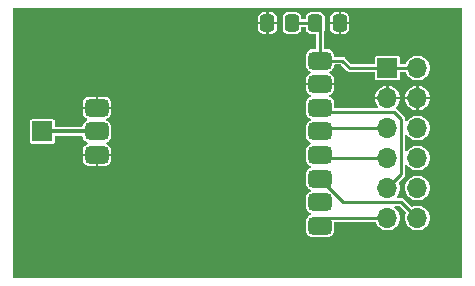
<source format=gbr>
%TF.GenerationSoftware,KiCad,Pcbnew,7.0.1*%
%TF.CreationDate,2023-04-28T09:32:53+02:00*%
%TF.ProjectId,CC1101_ANT,43433131-3031-45f4-914e-542e6b696361,rev?*%
%TF.SameCoordinates,Original*%
%TF.FileFunction,Copper,L1,Top*%
%TF.FilePolarity,Positive*%
%FSLAX46Y46*%
G04 Gerber Fmt 4.6, Leading zero omitted, Abs format (unit mm)*
G04 Created by KiCad (PCBNEW 7.0.1) date 2023-04-28 09:32:53*
%MOMM*%
%LPD*%
G01*
G04 APERTURE LIST*
G04 Aperture macros list*
%AMRoundRect*
0 Rectangle with rounded corners*
0 $1 Rounding radius*
0 $2 $3 $4 $5 $6 $7 $8 $9 X,Y pos of 4 corners*
0 Add a 4 corners polygon primitive as box body*
4,1,4,$2,$3,$4,$5,$6,$7,$8,$9,$2,$3,0*
0 Add four circle primitives for the rounded corners*
1,1,$1+$1,$2,$3*
1,1,$1+$1,$4,$5*
1,1,$1+$1,$6,$7*
1,1,$1+$1,$8,$9*
0 Add four rect primitives between the rounded corners*
20,1,$1+$1,$2,$3,$4,$5,0*
20,1,$1+$1,$4,$5,$6,$7,0*
20,1,$1+$1,$6,$7,$8,$9,0*
20,1,$1+$1,$8,$9,$2,$3,0*%
G04 Aperture macros list end*
%TA.AperFunction,ComponentPad*%
%ADD10R,1.700000X1.700000*%
%TD*%
%TA.AperFunction,ComponentPad*%
%ADD11O,1.700000X1.700000*%
%TD*%
%TA.AperFunction,SMDPad,CuDef*%
%ADD12RoundRect,0.250000X0.337500X0.475000X-0.337500X0.475000X-0.337500X-0.475000X0.337500X-0.475000X0*%
%TD*%
%TA.AperFunction,SMDPad,CuDef*%
%ADD13RoundRect,0.375000X0.625000X-0.375000X0.625000X0.375000X-0.625000X0.375000X-0.625000X-0.375000X0*%
%TD*%
%TA.AperFunction,SMDPad,CuDef*%
%ADD14RoundRect,0.250000X-0.337500X-0.475000X0.337500X-0.475000X0.337500X0.475000X-0.337500X0.475000X0*%
%TD*%
%TA.AperFunction,Conductor*%
%ADD15C,0.250000*%
%TD*%
%TA.AperFunction,Conductor*%
%ADD16C,0.350000*%
%TD*%
G04 APERTURE END LIST*
D10*
%TO.P,J1,1,Pin_1*%
%TO.N,VCC*%
X149860000Y-43180000D03*
D11*
%TO.P,J1,2,Pin_2*%
X152400000Y-43180000D03*
%TO.P,J1,3,Pin_3*%
%TO.N,GND*%
X149860000Y-45720000D03*
%TO.P,J1,4,Pin_4*%
X152400000Y-45720000D03*
%TO.P,J1,5,Pin_5*%
%TO.N,SCK*%
X149860000Y-48260000D03*
%TO.P,J1,6,Pin_6*%
%TO.N,unconnected-(J1-Pin_6-Pad6)*%
X152400000Y-48260000D03*
%TO.P,J1,7,Pin_7*%
%TO.N,MISO*%
X149860000Y-50800000D03*
%TO.P,J1,8,Pin_8*%
%TO.N,unconnected-(J1-Pin_8-Pad8)*%
X152400000Y-50800000D03*
%TO.P,J1,9,Pin_9*%
%TO.N,MOSI*%
X149860000Y-53340000D03*
%TO.P,J1,10,Pin_10*%
%TO.N,nRESET*%
X152400000Y-53340000D03*
%TO.P,J1,11,Pin_11*%
%TO.N,nCS*%
X149860000Y-55880000D03*
%TO.P,J1,12,Pin_12*%
%TO.N,IRQ*%
X152400000Y-55880000D03*
%TD*%
D10*
%TO.P,J2,1,Pin_1*%
%TO.N,Net-(J2-Pin_1)*%
X120650000Y-48545000D03*
%TD*%
D12*
%TO.P,C1,1*%
%TO.N,VCC*%
X141775000Y-39370000D03*
%TO.P,C1,2*%
%TO.N,GND*%
X139700000Y-39370000D03*
%TD*%
D13*
%TO.P,U1,1,3.3V*%
%TO.N,VCC*%
X144145000Y-42545000D03*
%TO.P,U1,2,GND*%
%TO.N,GND*%
X144145000Y-44545000D03*
%TO.P,U1,3,MOSI*%
%TO.N,MOSI*%
X144145000Y-46545000D03*
%TO.P,U1,4,SCK*%
%TO.N,SCK*%
X144145000Y-48545000D03*
%TO.P,U1,5,MISO*%
%TO.N,MISO*%
X144145000Y-50545000D03*
%TO.P,U1,6,GD02*%
%TO.N,IRQ*%
X144145000Y-52545000D03*
%TO.P,U1,7,GD00*%
%TO.N,unconnected-(U1-GD00-Pad7)*%
X144145000Y-54545000D03*
%TO.P,U1,8,NSS*%
%TO.N,nCS*%
X144145000Y-56545000D03*
%TO.P,U1,9,GND*%
%TO.N,GND*%
X125245000Y-50545000D03*
%TO.P,U1,10,ANT*%
%TO.N,Net-(J2-Pin_1)*%
X125245000Y-48545000D03*
%TO.P,U1,11,GND*%
%TO.N,GND*%
X125245000Y-46545000D03*
%TD*%
D14*
%TO.P,C2,1*%
%TO.N,VCC*%
X143742500Y-39370000D03*
%TO.P,C2,2*%
%TO.N,GND*%
X145817500Y-39370000D03*
%TD*%
D15*
%TO.N,nCS*%
X144145000Y-56545000D02*
X144810000Y-55880000D01*
X144810000Y-55880000D02*
X149860000Y-55880000D01*
%TO.N,SCK*%
X144145000Y-48545000D02*
X144430000Y-48260000D01*
X144430000Y-48260000D02*
X149860000Y-48260000D01*
%TO.N,MOSI*%
X151035000Y-52165000D02*
X149860000Y-53340000D01*
X151035000Y-47530000D02*
X151035000Y-52165000D01*
X144145000Y-46545000D02*
X144495000Y-46895000D01*
X144495000Y-46895000D02*
X150400000Y-46895000D01*
X150400000Y-46895000D02*
X151035000Y-47530000D01*
%TO.N,MISO*%
X144145000Y-50545000D02*
X144400000Y-50800000D01*
X144400000Y-50800000D02*
X149860000Y-50800000D01*
%TO.N,VCC*%
X143742500Y-39370000D02*
X144145000Y-39772500D01*
X144145000Y-39772500D02*
X144145000Y-42545000D01*
X146050000Y-42545000D02*
X146685000Y-43180000D01*
X144145000Y-42545000D02*
X146050000Y-42545000D01*
X146685000Y-43180000D02*
X152400000Y-43180000D01*
X141775000Y-39370000D02*
X143742500Y-39370000D01*
X152400000Y-43180000D02*
X149860000Y-43180000D01*
D16*
%TO.N,Net-(J2-Pin_1)*%
X125245000Y-48545000D02*
X120650000Y-48545000D01*
D15*
%TO.N,IRQ*%
X151035000Y-54515000D02*
X152400000Y-55880000D01*
X144145000Y-52545000D02*
X146115000Y-54515000D01*
X146115000Y-54515000D02*
X151035000Y-54515000D01*
%TD*%
%TA.AperFunction,Conductor*%
%TO.N,GND*%
G36*
X156135000Y-38138763D02*
G01*
X156171237Y-38175000D01*
X156184500Y-38224500D01*
X156184500Y-60835500D01*
X156171237Y-60885000D01*
X156135000Y-60921237D01*
X156085500Y-60934500D01*
X118234500Y-60934500D01*
X118185000Y-60921237D01*
X118148763Y-60885000D01*
X118135500Y-60835500D01*
X118135500Y-56957721D01*
X142944500Y-56957721D01*
X142959312Y-57070235D01*
X143017302Y-57210233D01*
X143109548Y-57330451D01*
X143201795Y-57401234D01*
X143229767Y-57422698D01*
X143369763Y-57480686D01*
X143369764Y-57480687D01*
X143482279Y-57495500D01*
X143482280Y-57495500D01*
X144807720Y-57495500D01*
X144807721Y-57495500D01*
X144863978Y-57488093D01*
X144920236Y-57480687D01*
X145060233Y-57422698D01*
X145180451Y-57330451D01*
X145272698Y-57210233D01*
X145330687Y-57070236D01*
X145345500Y-56957720D01*
X145345500Y-56304500D01*
X145358763Y-56255000D01*
X145395000Y-56218763D01*
X145444500Y-56205500D01*
X148787546Y-56205500D01*
X148828405Y-56214325D01*
X148861979Y-56239226D01*
X148882284Y-56275765D01*
X148884767Y-56283954D01*
X148982314Y-56466449D01*
X148982315Y-56466450D01*
X149113590Y-56626410D01*
X149273550Y-56757685D01*
X149456046Y-56855232D01*
X149654066Y-56915300D01*
X149860000Y-56935583D01*
X150065934Y-56915300D01*
X150263954Y-56855232D01*
X150446450Y-56757685D01*
X150606410Y-56626410D01*
X150737685Y-56466450D01*
X150835232Y-56283954D01*
X150895300Y-56085934D01*
X150915583Y-55880000D01*
X150895300Y-55674066D01*
X150835232Y-55476046D01*
X150737685Y-55293550D01*
X150606410Y-55133590D01*
X150514697Y-55058323D01*
X150463160Y-55016028D01*
X150430551Y-54965904D01*
X150432752Y-54906148D01*
X150468960Y-54858559D01*
X150525965Y-54840500D01*
X150859166Y-54840500D01*
X150897052Y-54848036D01*
X150929170Y-54869496D01*
X151411497Y-55351823D01*
X151434147Y-55386953D01*
X151440281Y-55428299D01*
X151428805Y-55468492D01*
X151424767Y-55476045D01*
X151364699Y-55674066D01*
X151344416Y-55880000D01*
X151364699Y-56085933D01*
X151411200Y-56239226D01*
X151424768Y-56283954D01*
X151522315Y-56466450D01*
X151653590Y-56626410D01*
X151813550Y-56757685D01*
X151996046Y-56855232D01*
X152194066Y-56915300D01*
X152400000Y-56935583D01*
X152605934Y-56915300D01*
X152803954Y-56855232D01*
X152986450Y-56757685D01*
X153146410Y-56626410D01*
X153277685Y-56466450D01*
X153375232Y-56283954D01*
X153435300Y-56085934D01*
X153455583Y-55880000D01*
X153435300Y-55674066D01*
X153375232Y-55476046D01*
X153277685Y-55293550D01*
X153146410Y-55133590D01*
X152986450Y-55002315D01*
X152803954Y-54904768D01*
X152803953Y-54904767D01*
X152803952Y-54904767D01*
X152605933Y-54844699D01*
X152400000Y-54824416D01*
X152194066Y-54844699D01*
X151996045Y-54904767D01*
X151988492Y-54908805D01*
X151948299Y-54920281D01*
X151906953Y-54914147D01*
X151871823Y-54891497D01*
X151278268Y-54297942D01*
X151272434Y-54291574D01*
X151247454Y-54261805D01*
X151213794Y-54242370D01*
X151206514Y-54237732D01*
X151174685Y-54215446D01*
X151173225Y-54215055D01*
X151149352Y-54205166D01*
X151148045Y-54204412D01*
X151148043Y-54204411D01*
X151148042Y-54204411D01*
X151109778Y-54197663D01*
X151101350Y-54195795D01*
X151063807Y-54185735D01*
X151028330Y-54188839D01*
X151025093Y-54189123D01*
X151016466Y-54189500D01*
X150731124Y-54189500D01*
X150678159Y-54174141D01*
X150641629Y-54132828D01*
X150632869Y-54078381D01*
X150654596Y-54027695D01*
X150664211Y-54015977D01*
X150737685Y-53926450D01*
X150835232Y-53743954D01*
X150895300Y-53545934D01*
X150915583Y-53340000D01*
X150915583Y-53339999D01*
X151344416Y-53339999D01*
X151364699Y-53545933D01*
X151401516Y-53667302D01*
X151424768Y-53743954D01*
X151522315Y-53926450D01*
X151653590Y-54086410D01*
X151813550Y-54217685D01*
X151996046Y-54315232D01*
X152194066Y-54375300D01*
X152400000Y-54395583D01*
X152605934Y-54375300D01*
X152803954Y-54315232D01*
X152986450Y-54217685D01*
X153146410Y-54086410D01*
X153277685Y-53926450D01*
X153375232Y-53743954D01*
X153435300Y-53545934D01*
X153455583Y-53340000D01*
X153454642Y-53330451D01*
X153435300Y-53134066D01*
X153381807Y-52957721D01*
X153375232Y-52936046D01*
X153277685Y-52753550D01*
X153146410Y-52593590D01*
X152986450Y-52462315D01*
X152803954Y-52364768D01*
X152803953Y-52364767D01*
X152803952Y-52364767D01*
X152605933Y-52304699D01*
X152400000Y-52284416D01*
X152194066Y-52304699D01*
X151996047Y-52364767D01*
X151813549Y-52462315D01*
X151653590Y-52593590D01*
X151522315Y-52753549D01*
X151424767Y-52936047D01*
X151364699Y-53134066D01*
X151344416Y-53339999D01*
X150915583Y-53339999D01*
X150914642Y-53330451D01*
X150895300Y-53134066D01*
X150841807Y-52957721D01*
X150835232Y-52936046D01*
X150831196Y-52928495D01*
X150819718Y-52888301D01*
X150825851Y-52846953D01*
X150848500Y-52811824D01*
X151252066Y-52408258D01*
X151258410Y-52402444D01*
X151288194Y-52377455D01*
X151307632Y-52343785D01*
X151312254Y-52336529D01*
X151334554Y-52304684D01*
X151334942Y-52303232D01*
X151344838Y-52279343D01*
X151345588Y-52278045D01*
X151352335Y-52239777D01*
X151354201Y-52231359D01*
X151364264Y-52193807D01*
X151360876Y-52155093D01*
X151360500Y-52146466D01*
X151360500Y-51465965D01*
X151378559Y-51408960D01*
X151426148Y-51372752D01*
X151485904Y-51370551D01*
X151536028Y-51403160D01*
X151653590Y-51546410D01*
X151813550Y-51677685D01*
X151996046Y-51775232D01*
X152194065Y-51835299D01*
X152194066Y-51835300D01*
X152399999Y-51855583D01*
X152399999Y-51855582D01*
X152400000Y-51855583D01*
X152605934Y-51835300D01*
X152803954Y-51775232D01*
X152986450Y-51677685D01*
X153146410Y-51546410D01*
X153277685Y-51386450D01*
X153375232Y-51203954D01*
X153435300Y-51005934D01*
X153455583Y-50800000D01*
X153435300Y-50594066D01*
X153375232Y-50396046D01*
X153277685Y-50213550D01*
X153146410Y-50053590D01*
X152986450Y-49922315D01*
X152803954Y-49824768D01*
X152803953Y-49824767D01*
X152803952Y-49824767D01*
X152605933Y-49764699D01*
X152399999Y-49744416D01*
X152194066Y-49764699D01*
X151996047Y-49824767D01*
X151813549Y-49922315D01*
X151653590Y-50053590D01*
X151536028Y-50196840D01*
X151485904Y-50229449D01*
X151426148Y-50227248D01*
X151378559Y-50191040D01*
X151360500Y-50134035D01*
X151360500Y-48925965D01*
X151378559Y-48868960D01*
X151426148Y-48832752D01*
X151485904Y-48830551D01*
X151536028Y-48863160D01*
X151653590Y-49006410D01*
X151813550Y-49137685D01*
X151996046Y-49235232D01*
X152194066Y-49295300D01*
X152400000Y-49315583D01*
X152605934Y-49295300D01*
X152803954Y-49235232D01*
X152986450Y-49137685D01*
X153146410Y-49006410D01*
X153277685Y-48846450D01*
X153375232Y-48663954D01*
X153435300Y-48465934D01*
X153455583Y-48260000D01*
X153435300Y-48054066D01*
X153375232Y-47856046D01*
X153277685Y-47673550D01*
X153146410Y-47513590D01*
X152986450Y-47382315D01*
X152803954Y-47284768D01*
X152803953Y-47284767D01*
X152803952Y-47284767D01*
X152605933Y-47224699D01*
X152400000Y-47204416D01*
X152194066Y-47224699D01*
X151996047Y-47284767D01*
X151813549Y-47382315D01*
X151653590Y-47513590D01*
X151536028Y-47656840D01*
X151485904Y-47689449D01*
X151426148Y-47687248D01*
X151378559Y-47651040D01*
X151360500Y-47594035D01*
X151360500Y-47548534D01*
X151360877Y-47539904D01*
X151364264Y-47501193D01*
X151354203Y-47463647D01*
X151352335Y-47455220D01*
X151351543Y-47450732D01*
X151345588Y-47416955D01*
X151344834Y-47415650D01*
X151334943Y-47391768D01*
X151334942Y-47391765D01*
X151334554Y-47390316D01*
X151312260Y-47358477D01*
X151307633Y-47351215D01*
X151288194Y-47317545D01*
X151258428Y-47292568D01*
X151252060Y-47286734D01*
X150643268Y-46677942D01*
X150637434Y-46671574D01*
X150612455Y-46641805D01*
X150606858Y-46638574D01*
X150572719Y-46605801D01*
X150557692Y-46560926D01*
X150565211Y-46514203D01*
X150593559Y-46476309D01*
X150606054Y-46466054D01*
X150737269Y-46306170D01*
X150834768Y-46123763D01*
X150894808Y-45925835D01*
X150905232Y-45820000D01*
X151354767Y-45820000D01*
X151365191Y-45925835D01*
X151425231Y-46123763D01*
X151522730Y-46306170D01*
X151653945Y-46466054D01*
X151813829Y-46597269D01*
X151996236Y-46694768D01*
X152194164Y-46754808D01*
X152299999Y-46765232D01*
X152300000Y-46765232D01*
X152500000Y-46765232D01*
X152605835Y-46754808D01*
X152803763Y-46694768D01*
X152986170Y-46597269D01*
X153146054Y-46466054D01*
X153277269Y-46306170D01*
X153374768Y-46123763D01*
X153434808Y-45925835D01*
X153445232Y-45820000D01*
X152500001Y-45820000D01*
X152500000Y-45820001D01*
X152500000Y-46765232D01*
X152300000Y-46765232D01*
X152300000Y-45820001D01*
X152299999Y-45820000D01*
X151354767Y-45820000D01*
X150905232Y-45820000D01*
X148814767Y-45820000D01*
X148825191Y-45925835D01*
X148885231Y-46123763D01*
X148982730Y-46306170D01*
X149066050Y-46407695D01*
X149087777Y-46458381D01*
X149079017Y-46512828D01*
X149042487Y-46554140D01*
X148989522Y-46569500D01*
X145444500Y-46569500D01*
X145395000Y-46556237D01*
X145358763Y-46520000D01*
X145345500Y-46470500D01*
X145345500Y-46132279D01*
X145330687Y-46019764D01*
X145291780Y-45925835D01*
X145272698Y-45879767D01*
X145226837Y-45820000D01*
X145180451Y-45759548D01*
X145060233Y-45667302D01*
X144985130Y-45636193D01*
X144965398Y-45619999D01*
X148814767Y-45619999D01*
X148814768Y-45620000D01*
X149759999Y-45620000D01*
X149760000Y-45619999D01*
X149760000Y-44674768D01*
X149759999Y-44674767D01*
X149960000Y-44674767D01*
X149960000Y-45619999D01*
X149960001Y-45620000D01*
X150905232Y-45620000D01*
X150905232Y-45619999D01*
X151354767Y-45619999D01*
X151354768Y-45620000D01*
X152299999Y-45620000D01*
X152300000Y-45619999D01*
X152300000Y-44674768D01*
X152299999Y-44674767D01*
X152500000Y-44674767D01*
X152500000Y-45619999D01*
X152500001Y-45620000D01*
X153445232Y-45620000D01*
X153445232Y-45619999D01*
X153434808Y-45514164D01*
X153374768Y-45316236D01*
X153277269Y-45133829D01*
X153146054Y-44973945D01*
X152986170Y-44842730D01*
X152803763Y-44745231D01*
X152605835Y-44685191D01*
X152500000Y-44674767D01*
X152299999Y-44674767D01*
X152194164Y-44685191D01*
X151996236Y-44745231D01*
X151813829Y-44842730D01*
X151653945Y-44973945D01*
X151522730Y-45133829D01*
X151425231Y-45316236D01*
X151365191Y-45514164D01*
X151354767Y-45619999D01*
X150905232Y-45619999D01*
X150894808Y-45514164D01*
X150834768Y-45316236D01*
X150737269Y-45133829D01*
X150606054Y-44973945D01*
X150446170Y-44842730D01*
X150263763Y-44745231D01*
X150065835Y-44685191D01*
X149960000Y-44674767D01*
X149759999Y-44674767D01*
X149654164Y-44685191D01*
X149456236Y-44745231D01*
X149273829Y-44842730D01*
X149113945Y-44973945D01*
X148982730Y-45133829D01*
X148885231Y-45316236D01*
X148825191Y-45514164D01*
X148814767Y-45619999D01*
X144965398Y-45619999D01*
X144940700Y-45599730D01*
X144924016Y-45544728D01*
X144940701Y-45489727D01*
X144985131Y-45453265D01*
X145059981Y-45422261D01*
X145180095Y-45330095D01*
X145272261Y-45209982D01*
X145330200Y-45070104D01*
X145345000Y-44957691D01*
X145345000Y-44645001D01*
X145344999Y-44645000D01*
X142945001Y-44645000D01*
X142945000Y-44645001D01*
X142945000Y-44957691D01*
X142959799Y-45070104D01*
X143017738Y-45209982D01*
X143109904Y-45330095D01*
X143230019Y-45422261D01*
X143304868Y-45453265D01*
X143349298Y-45489727D01*
X143365983Y-45544728D01*
X143349299Y-45599730D01*
X143304870Y-45636193D01*
X143229765Y-45667303D01*
X143109548Y-45759548D01*
X143017302Y-45879766D01*
X142959312Y-46019764D01*
X142944500Y-46132279D01*
X142944500Y-46957721D01*
X142959312Y-47070235D01*
X143017302Y-47210233D01*
X143109548Y-47330451D01*
X143177139Y-47382315D01*
X143229767Y-47422698D01*
X143300404Y-47451957D01*
X143304216Y-47453536D01*
X143348646Y-47489999D01*
X143365330Y-47545000D01*
X143348646Y-47600001D01*
X143304216Y-47636464D01*
X143229766Y-47667302D01*
X143109548Y-47759548D01*
X143017302Y-47879766D01*
X142959312Y-48019764D01*
X142944500Y-48132279D01*
X142944500Y-48957721D01*
X142959312Y-49070235D01*
X143017302Y-49210233D01*
X143109548Y-49330451D01*
X143201795Y-49401234D01*
X143229767Y-49422698D01*
X143300404Y-49451957D01*
X143304216Y-49453536D01*
X143348646Y-49489999D01*
X143365330Y-49545000D01*
X143348646Y-49600001D01*
X143304216Y-49636464D01*
X143229766Y-49667302D01*
X143109548Y-49759548D01*
X143017302Y-49879766D01*
X142959312Y-50019764D01*
X142944500Y-50132279D01*
X142944500Y-50957721D01*
X142959312Y-51070235D01*
X143017302Y-51210233D01*
X143109548Y-51330451D01*
X143161808Y-51370551D01*
X143229767Y-51422698D01*
X143300404Y-51451957D01*
X143304216Y-51453536D01*
X143348646Y-51489999D01*
X143365330Y-51545000D01*
X143348646Y-51600001D01*
X143304216Y-51636464D01*
X143229766Y-51667302D01*
X143109548Y-51759548D01*
X143017302Y-51879766D01*
X142959312Y-52019764D01*
X142944500Y-52132279D01*
X142944500Y-52957721D01*
X142959312Y-53070235D01*
X143017302Y-53210233D01*
X143109548Y-53330451D01*
X143121993Y-53340000D01*
X143229767Y-53422698D01*
X143300404Y-53451957D01*
X143304216Y-53453536D01*
X143348646Y-53489999D01*
X143365330Y-53545000D01*
X143348646Y-53600001D01*
X143304216Y-53636464D01*
X143229766Y-53667302D01*
X143109548Y-53759548D01*
X143017302Y-53879766D01*
X142959312Y-54019764D01*
X142944500Y-54132279D01*
X142944500Y-54957721D01*
X142959312Y-55070235D01*
X143017302Y-55210233D01*
X143109548Y-55330451D01*
X143183183Y-55386953D01*
X143229767Y-55422698D01*
X143300404Y-55451957D01*
X143304216Y-55453536D01*
X143348646Y-55489999D01*
X143365330Y-55545000D01*
X143348646Y-55600001D01*
X143304216Y-55636464D01*
X143229766Y-55667302D01*
X143109548Y-55759548D01*
X143017302Y-55879766D01*
X142959312Y-56019764D01*
X142944500Y-56132279D01*
X142944500Y-56957721D01*
X118135500Y-56957721D01*
X118135500Y-50957691D01*
X124045000Y-50957691D01*
X124059799Y-51070104D01*
X124117738Y-51209982D01*
X124209904Y-51330095D01*
X124330017Y-51422261D01*
X124469895Y-51480200D01*
X124582309Y-51495000D01*
X125144999Y-51495000D01*
X125145000Y-51494999D01*
X125345000Y-51494999D01*
X125345001Y-51495000D01*
X125907691Y-51495000D01*
X126020104Y-51480200D01*
X126159982Y-51422261D01*
X126280095Y-51330095D01*
X126372261Y-51209982D01*
X126430200Y-51070104D01*
X126445000Y-50957691D01*
X126445000Y-50645001D01*
X126444999Y-50645000D01*
X125345001Y-50645000D01*
X125345000Y-50645001D01*
X125345000Y-51494999D01*
X125145000Y-51494999D01*
X125145000Y-50645001D01*
X125144999Y-50645000D01*
X124045001Y-50645000D01*
X124045000Y-50645001D01*
X124045000Y-50957691D01*
X118135500Y-50957691D01*
X118135500Y-49414748D01*
X119599500Y-49414748D01*
X119607215Y-49453536D01*
X119611133Y-49473231D01*
X119655447Y-49539552D01*
X119663601Y-49545000D01*
X119721769Y-49583867D01*
X119780252Y-49595500D01*
X121519747Y-49595500D01*
X121519748Y-49595500D01*
X121578231Y-49583867D01*
X121644552Y-49539552D01*
X121688867Y-49473231D01*
X121700500Y-49414748D01*
X121700500Y-49019500D01*
X121713763Y-48970000D01*
X121750000Y-48933763D01*
X121799500Y-48920500D01*
X123952779Y-48920500D01*
X123998492Y-48931686D01*
X124033875Y-48962716D01*
X124050932Y-49006578D01*
X124059312Y-49070235D01*
X124117302Y-49210233D01*
X124209548Y-49330451D01*
X124301795Y-49401234D01*
X124329767Y-49422698D01*
X124404870Y-49453806D01*
X124449298Y-49490269D01*
X124465983Y-49545270D01*
X124449299Y-49600271D01*
X124404869Y-49636734D01*
X124330018Y-49667738D01*
X124209904Y-49759904D01*
X124117738Y-49880017D01*
X124059799Y-50019895D01*
X124045000Y-50132309D01*
X124045000Y-50444999D01*
X124045001Y-50445000D01*
X126444999Y-50445000D01*
X126445000Y-50444999D01*
X126445000Y-50132309D01*
X126430200Y-50019895D01*
X126372261Y-49880017D01*
X126280095Y-49759904D01*
X126159981Y-49667738D01*
X126085130Y-49636734D01*
X126040700Y-49600271D01*
X126024016Y-49545270D01*
X126040701Y-49490268D01*
X126085129Y-49453806D01*
X126160233Y-49422698D01*
X126280451Y-49330451D01*
X126372698Y-49210233D01*
X126430687Y-49070236D01*
X126445500Y-48957720D01*
X126445500Y-48132280D01*
X126430687Y-48019764D01*
X126372698Y-47879767D01*
X126351234Y-47851794D01*
X126280451Y-47759548D01*
X126160233Y-47667302D01*
X126085130Y-47636193D01*
X126040700Y-47599730D01*
X126024016Y-47544728D01*
X126040701Y-47489727D01*
X126085131Y-47453265D01*
X126159981Y-47422261D01*
X126280095Y-47330095D01*
X126372261Y-47209982D01*
X126430200Y-47070104D01*
X126445000Y-46957691D01*
X126445000Y-46645001D01*
X126444999Y-46645000D01*
X124045001Y-46645000D01*
X124045000Y-46645001D01*
X124045000Y-46957691D01*
X124059799Y-47070104D01*
X124117738Y-47209982D01*
X124209904Y-47330095D01*
X124330019Y-47422261D01*
X124404868Y-47453265D01*
X124449298Y-47489727D01*
X124465983Y-47544728D01*
X124449299Y-47599730D01*
X124404869Y-47636193D01*
X124355025Y-47656840D01*
X124329765Y-47667303D01*
X124209548Y-47759548D01*
X124117302Y-47879766D01*
X124059312Y-48019764D01*
X124050932Y-48083422D01*
X124033875Y-48127284D01*
X123998492Y-48158314D01*
X123952779Y-48169500D01*
X121799500Y-48169500D01*
X121750000Y-48156237D01*
X121713763Y-48120000D01*
X121700500Y-48070500D01*
X121700500Y-47675253D01*
X121698919Y-47667303D01*
X121688867Y-47616769D01*
X121673676Y-47594035D01*
X121644552Y-47550447D01*
X121578231Y-47506133D01*
X121553396Y-47501193D01*
X121519748Y-47494500D01*
X119780252Y-47494500D01*
X119775225Y-47495500D01*
X119721768Y-47506133D01*
X119655447Y-47550447D01*
X119611133Y-47616768D01*
X119611132Y-47616769D01*
X119611133Y-47616769D01*
X119599500Y-47675252D01*
X119599500Y-49414748D01*
X118135500Y-49414748D01*
X118135500Y-46444999D01*
X124045000Y-46444999D01*
X124045001Y-46445000D01*
X125144999Y-46445000D01*
X125145000Y-46444999D01*
X125345000Y-46444999D01*
X125345001Y-46445000D01*
X126444999Y-46445000D01*
X126445000Y-46444999D01*
X126445000Y-46132309D01*
X126430200Y-46019895D01*
X126372261Y-45880017D01*
X126280095Y-45759904D01*
X126159982Y-45667738D01*
X126020104Y-45609799D01*
X125907691Y-45595000D01*
X125345001Y-45595000D01*
X125345000Y-45595001D01*
X125345000Y-46444999D01*
X125145000Y-46444999D01*
X125145000Y-45595001D01*
X125144999Y-45595000D01*
X124582309Y-45595000D01*
X124469895Y-45609799D01*
X124330017Y-45667738D01*
X124209904Y-45759904D01*
X124117738Y-45880017D01*
X124059799Y-46019895D01*
X124045000Y-46132309D01*
X124045000Y-46444999D01*
X118135500Y-46444999D01*
X118135500Y-39899200D01*
X138912501Y-39899200D01*
X138915351Y-39929604D01*
X138960154Y-40057645D01*
X139040708Y-40166791D01*
X139149854Y-40247345D01*
X139277898Y-40292149D01*
X139308292Y-40295000D01*
X139599999Y-40295000D01*
X139600000Y-40294999D01*
X139600000Y-40294998D01*
X139800000Y-40294998D01*
X139800001Y-40294999D01*
X140091700Y-40294999D01*
X140122104Y-40292148D01*
X140250145Y-40247345D01*
X140359291Y-40166791D01*
X140439845Y-40057645D01*
X140484649Y-39929601D01*
X140487494Y-39899270D01*
X140987000Y-39899270D01*
X140989853Y-39929695D01*
X140989853Y-39929697D01*
X140989854Y-39929699D01*
X141034707Y-40057882D01*
X141115350Y-40167150D01*
X141224618Y-40247793D01*
X141352801Y-40292646D01*
X141365843Y-40293869D01*
X141383230Y-40295500D01*
X141383234Y-40295500D01*
X142166766Y-40295500D01*
X142166770Y-40295500D01*
X142181982Y-40294072D01*
X142197199Y-40292646D01*
X142325382Y-40247793D01*
X142434650Y-40167150D01*
X142515293Y-40057882D01*
X142560146Y-39929699D01*
X142563000Y-39899266D01*
X142563000Y-39794500D01*
X142576263Y-39745000D01*
X142612500Y-39708763D01*
X142662000Y-39695500D01*
X142855500Y-39695500D01*
X142905000Y-39708763D01*
X142941237Y-39745000D01*
X142954500Y-39794500D01*
X142954500Y-39899270D01*
X142957353Y-39929695D01*
X142957353Y-39929697D01*
X142957354Y-39929699D01*
X143002207Y-40057882D01*
X143082850Y-40167150D01*
X143192118Y-40247793D01*
X143320301Y-40292646D01*
X143333343Y-40293869D01*
X143350730Y-40295500D01*
X143350734Y-40295500D01*
X143720500Y-40295500D01*
X143770000Y-40308763D01*
X143806237Y-40345000D01*
X143819500Y-40394500D01*
X143819500Y-41495500D01*
X143806237Y-41545000D01*
X143770000Y-41581237D01*
X143720500Y-41594500D01*
X143482279Y-41594500D01*
X143369764Y-41609312D01*
X143229766Y-41667302D01*
X143109548Y-41759548D01*
X143017302Y-41879766D01*
X142959312Y-42019764D01*
X142944500Y-42132279D01*
X142944500Y-42957721D01*
X142959312Y-43070235D01*
X143017302Y-43210233D01*
X143109548Y-43330451D01*
X143201794Y-43401234D01*
X143229767Y-43422698D01*
X143304870Y-43453806D01*
X143349298Y-43490269D01*
X143365983Y-43545270D01*
X143349299Y-43600271D01*
X143304869Y-43636734D01*
X143230018Y-43667738D01*
X143109904Y-43759904D01*
X143017738Y-43880017D01*
X142959799Y-44019895D01*
X142945000Y-44132309D01*
X142945000Y-44444999D01*
X142945001Y-44445000D01*
X145344999Y-44445000D01*
X145345000Y-44444999D01*
X145345000Y-44132309D01*
X145330200Y-44019895D01*
X145272261Y-43880017D01*
X145180095Y-43759904D01*
X145059981Y-43667738D01*
X144985130Y-43636734D01*
X144940700Y-43600271D01*
X144924016Y-43545270D01*
X144940701Y-43490268D01*
X144985129Y-43453806D01*
X145060233Y-43422698D01*
X145180451Y-43330451D01*
X145272698Y-43210233D01*
X145330687Y-43070236D01*
X145345500Y-42957720D01*
X145345500Y-42957717D01*
X145345650Y-42956578D01*
X145362707Y-42912716D01*
X145398090Y-42881686D01*
X145443803Y-42870500D01*
X145874166Y-42870500D01*
X145912052Y-42878036D01*
X145944170Y-42899496D01*
X146441730Y-43397056D01*
X146447564Y-43403423D01*
X146472545Y-43433194D01*
X146506215Y-43452633D01*
X146513477Y-43457260D01*
X146545316Y-43479554D01*
X146546765Y-43479942D01*
X146546768Y-43479943D01*
X146570650Y-43489834D01*
X146571955Y-43490588D01*
X146605732Y-43496543D01*
X146610220Y-43497335D01*
X146618647Y-43499203D01*
X146656193Y-43509264D01*
X146694909Y-43505876D01*
X146703537Y-43505500D01*
X148710500Y-43505500D01*
X148760000Y-43518763D01*
X148796237Y-43555000D01*
X148809500Y-43604500D01*
X148809500Y-44049747D01*
X148821133Y-44108231D01*
X148865447Y-44174552D01*
X148909762Y-44204162D01*
X148931769Y-44218867D01*
X148990252Y-44230500D01*
X150729747Y-44230500D01*
X150729748Y-44230500D01*
X150788231Y-44218867D01*
X150854552Y-44174552D01*
X150898867Y-44108231D01*
X150910500Y-44049748D01*
X150910500Y-43604500D01*
X150923763Y-43555000D01*
X150960000Y-43518763D01*
X151009500Y-43505500D01*
X151327546Y-43505500D01*
X151368405Y-43514325D01*
X151401979Y-43539226D01*
X151422284Y-43575765D01*
X151424767Y-43583954D01*
X151518816Y-43759904D01*
X151522315Y-43766450D01*
X151653590Y-43926410D01*
X151813550Y-44057685D01*
X151996046Y-44155232D01*
X152194066Y-44215300D01*
X152400000Y-44235583D01*
X152605934Y-44215300D01*
X152803954Y-44155232D01*
X152986450Y-44057685D01*
X153146410Y-43926410D01*
X153277685Y-43766450D01*
X153375232Y-43583954D01*
X153435300Y-43385934D01*
X153455583Y-43180000D01*
X153435300Y-42974066D01*
X153375232Y-42776046D01*
X153277685Y-42593550D01*
X153146410Y-42433590D01*
X152986450Y-42302315D01*
X152803954Y-42204768D01*
X152803953Y-42204767D01*
X152803952Y-42204767D01*
X152605933Y-42144699D01*
X152400000Y-42124416D01*
X152194066Y-42144699D01*
X151996047Y-42204767D01*
X151813549Y-42302315D01*
X151653590Y-42433590D01*
X151522315Y-42593549D01*
X151424767Y-42776045D01*
X151422284Y-42784235D01*
X151401979Y-42820774D01*
X151368405Y-42845675D01*
X151327546Y-42854500D01*
X151009500Y-42854500D01*
X150960000Y-42841237D01*
X150923763Y-42805000D01*
X150910500Y-42755500D01*
X150910500Y-42310253D01*
X150908921Y-42302315D01*
X150898867Y-42251769D01*
X150882259Y-42226914D01*
X150854552Y-42185447D01*
X150788231Y-42141133D01*
X150749465Y-42133422D01*
X150729748Y-42129500D01*
X148990252Y-42129500D01*
X148970535Y-42133422D01*
X148931768Y-42141133D01*
X148865447Y-42185447D01*
X148821133Y-42251768D01*
X148809500Y-42310253D01*
X148809500Y-42755500D01*
X148796237Y-42805000D01*
X148760000Y-42841237D01*
X148710500Y-42854500D01*
X146860834Y-42854500D01*
X146822948Y-42846964D01*
X146790830Y-42825504D01*
X146293268Y-42327942D01*
X146287434Y-42321574D01*
X146262454Y-42291805D01*
X146228794Y-42272370D01*
X146221514Y-42267732D01*
X146189685Y-42245446D01*
X146188225Y-42245055D01*
X146164352Y-42235166D01*
X146163045Y-42234412D01*
X146163043Y-42234411D01*
X146163042Y-42234411D01*
X146124778Y-42227663D01*
X146116350Y-42225795D01*
X146078807Y-42215735D01*
X146043330Y-42218839D01*
X146040093Y-42219123D01*
X146031466Y-42219500D01*
X145443803Y-42219500D01*
X145398090Y-42208314D01*
X145362707Y-42177284D01*
X145345650Y-42133422D01*
X145344464Y-42124417D01*
X145330687Y-42019764D01*
X145272698Y-41879767D01*
X145251234Y-41851795D01*
X145180451Y-41759548D01*
X145060233Y-41667302D01*
X144920235Y-41609312D01*
X144807721Y-41594500D01*
X144807720Y-41594500D01*
X144569500Y-41594500D01*
X144520000Y-41581237D01*
X144483763Y-41545000D01*
X144470500Y-41495500D01*
X144470500Y-40107114D01*
X144475461Y-40076168D01*
X144478351Y-40070573D01*
X144482790Y-40057885D01*
X144482793Y-40057882D01*
X144527646Y-39929699D01*
X144530500Y-39899266D01*
X144530500Y-39899200D01*
X145030001Y-39899200D01*
X145032851Y-39929604D01*
X145077654Y-40057645D01*
X145158208Y-40166791D01*
X145267354Y-40247345D01*
X145395398Y-40292149D01*
X145425792Y-40295000D01*
X145717499Y-40295000D01*
X145717500Y-40294999D01*
X145717500Y-40294998D01*
X145917500Y-40294998D01*
X145917501Y-40294999D01*
X146209200Y-40294999D01*
X146239604Y-40292148D01*
X146367645Y-40247345D01*
X146476791Y-40166791D01*
X146557345Y-40057645D01*
X146602149Y-39929601D01*
X146605000Y-39899208D01*
X146605000Y-39470001D01*
X146604999Y-39470000D01*
X145917501Y-39470000D01*
X145917500Y-39470001D01*
X145917500Y-40294998D01*
X145717500Y-40294998D01*
X145717500Y-39470001D01*
X145717499Y-39470000D01*
X145030002Y-39470000D01*
X145030001Y-39470001D01*
X145030001Y-39899200D01*
X144530500Y-39899200D01*
X144530500Y-39269999D01*
X145030000Y-39269999D01*
X145030001Y-39270000D01*
X145717499Y-39270000D01*
X145717500Y-39269999D01*
X145917500Y-39269999D01*
X145917501Y-39270000D01*
X146604998Y-39270000D01*
X146604999Y-39269999D01*
X146604999Y-38840800D01*
X146602148Y-38810395D01*
X146557345Y-38682354D01*
X146476791Y-38573208D01*
X146367645Y-38492654D01*
X146239601Y-38447850D01*
X146209208Y-38445000D01*
X145917501Y-38445000D01*
X145917500Y-38445001D01*
X145917500Y-39269999D01*
X145717500Y-39269999D01*
X145717500Y-38445002D01*
X145717499Y-38445001D01*
X145425800Y-38445001D01*
X145395395Y-38447851D01*
X145267354Y-38492654D01*
X145158208Y-38573208D01*
X145077654Y-38682354D01*
X145032850Y-38810398D01*
X145030000Y-38840792D01*
X145030000Y-39269999D01*
X144530500Y-39269999D01*
X144530500Y-38840734D01*
X144527646Y-38810301D01*
X144482793Y-38682118D01*
X144402150Y-38572850D01*
X144292882Y-38492207D01*
X144164699Y-38447354D01*
X144164697Y-38447353D01*
X144164695Y-38447353D01*
X144134270Y-38444500D01*
X144134266Y-38444500D01*
X143350734Y-38444500D01*
X143350730Y-38444500D01*
X143320304Y-38447353D01*
X143320301Y-38447353D01*
X143320301Y-38447354D01*
X143192118Y-38492207D01*
X143192117Y-38492207D01*
X143192116Y-38492208D01*
X143191512Y-38492654D01*
X143082850Y-38572850D01*
X143002207Y-38682118D01*
X142957354Y-38810301D01*
X142957353Y-38810304D01*
X142954500Y-38840730D01*
X142954500Y-38945500D01*
X142941237Y-38995000D01*
X142905000Y-39031237D01*
X142855500Y-39044500D01*
X142662000Y-39044500D01*
X142612500Y-39031237D01*
X142576263Y-38995000D01*
X142563000Y-38945500D01*
X142563000Y-38840730D01*
X142560146Y-38810304D01*
X142560146Y-38810301D01*
X142515293Y-38682118D01*
X142434650Y-38572850D01*
X142325382Y-38492207D01*
X142197199Y-38447354D01*
X142197197Y-38447353D01*
X142197195Y-38447353D01*
X142166770Y-38444500D01*
X142166766Y-38444500D01*
X141383234Y-38444500D01*
X141383230Y-38444500D01*
X141352804Y-38447353D01*
X141352801Y-38447353D01*
X141352801Y-38447354D01*
X141224618Y-38492207D01*
X141224617Y-38492207D01*
X141224616Y-38492208D01*
X141224012Y-38492654D01*
X141115350Y-38572850D01*
X141034707Y-38682118D01*
X140989854Y-38810301D01*
X140989853Y-38810304D01*
X140987000Y-38840730D01*
X140987000Y-39899270D01*
X140487494Y-39899270D01*
X140487500Y-39899208D01*
X140487500Y-39470001D01*
X140487499Y-39470000D01*
X139800001Y-39470000D01*
X139800000Y-39470001D01*
X139800000Y-40294998D01*
X139600000Y-40294998D01*
X139600000Y-39470001D01*
X139599999Y-39470000D01*
X138912502Y-39470000D01*
X138912501Y-39470001D01*
X138912501Y-39899200D01*
X118135500Y-39899200D01*
X118135500Y-39269999D01*
X138912500Y-39269999D01*
X138912501Y-39270000D01*
X139599999Y-39270000D01*
X139600000Y-39269999D01*
X139800000Y-39269999D01*
X139800001Y-39270000D01*
X140487498Y-39270000D01*
X140487499Y-39269999D01*
X140487499Y-38840800D01*
X140484648Y-38810395D01*
X140439845Y-38682354D01*
X140359291Y-38573208D01*
X140250145Y-38492654D01*
X140122101Y-38447850D01*
X140091708Y-38445000D01*
X139800001Y-38445000D01*
X139800000Y-38445001D01*
X139800000Y-39269999D01*
X139600000Y-39269999D01*
X139600000Y-38445002D01*
X139599999Y-38445001D01*
X139308300Y-38445001D01*
X139277895Y-38447851D01*
X139149854Y-38492654D01*
X139040708Y-38573208D01*
X138960154Y-38682354D01*
X138915350Y-38810398D01*
X138912500Y-38840792D01*
X138912500Y-39269999D01*
X118135500Y-39269999D01*
X118135500Y-38224500D01*
X118148763Y-38175000D01*
X118185000Y-38138763D01*
X118234500Y-38125500D01*
X156085500Y-38125500D01*
X156135000Y-38138763D01*
G37*
%TD.AperFunction*%
%TD*%
M02*

</source>
